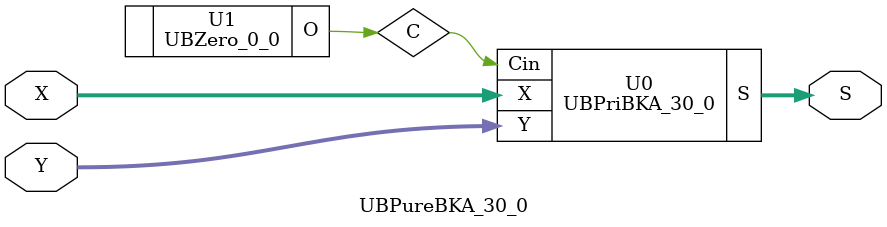
<source format=v>
/*----------------------------------------------------------------------------
  Copyright (c) 2021 Homma laboratory. All rights reserved.

  Top module: UBBKA_30_0_30_0

  Operand-1 length: 31
  Operand-2 length: 31
  Two-operand addition algorithm: Brent-Kung adder
----------------------------------------------------------------------------*/

module GPGenerator(Go, Po, A, B);
  output Go;
  output Po;
  input A;
  input B;
  assign Go = A & B;
  assign Po = A ^ B;
endmodule

module CarryOperator(Go, Po, Gi1, Pi1, Gi2, Pi2);
  output Go;
  output Po;
  input Gi1;
  input Gi2;
  input Pi1;
  input Pi2;
  assign Go = Gi1 | ( Gi2 & Pi1 );
  assign Po = Pi1 & Pi2;
endmodule

module UBPriBKA_30_0(S, X, Y, Cin);
  output [31:0] S;
  input Cin;
  input [30:0] X;
  input [30:0] Y;
  wire [30:0] G0;
  wire [30:0] G1;
  wire [30:0] G2;
  wire [30:0] G3;
  wire [30:0] G4;
  wire [30:0] G5;
  wire [30:0] G6;
  wire [30:0] G7;
  wire [30:0] G8;
  wire [30:0] P0;
  wire [30:0] P1;
  wire [30:0] P2;
  wire [30:0] P3;
  wire [30:0] P4;
  wire [30:0] P5;
  wire [30:0] P6;
  wire [30:0] P7;
  wire [30:0] P8;
  assign P1[0] = P0[0];
  assign G1[0] = G0[0];
  assign P1[2] = P0[2];
  assign G1[2] = G0[2];
  assign P1[4] = P0[4];
  assign G1[4] = G0[4];
  assign P1[6] = P0[6];
  assign G1[6] = G0[6];
  assign P1[8] = P0[8];
  assign G1[8] = G0[8];
  assign P1[10] = P0[10];
  assign G1[10] = G0[10];
  assign P1[12] = P0[12];
  assign G1[12] = G0[12];
  assign P1[14] = P0[14];
  assign G1[14] = G0[14];
  assign P1[16] = P0[16];
  assign G1[16] = G0[16];
  assign P1[18] = P0[18];
  assign G1[18] = G0[18];
  assign P1[20] = P0[20];
  assign G1[20] = G0[20];
  assign P1[22] = P0[22];
  assign G1[22] = G0[22];
  assign P1[24] = P0[24];
  assign G1[24] = G0[24];
  assign P1[26] = P0[26];
  assign G1[26] = G0[26];
  assign P1[28] = P0[28];
  assign G1[28] = G0[28];
  assign P1[30] = P0[30];
  assign G1[30] = G0[30];
  assign P2[0] = P1[0];
  assign G2[0] = G1[0];
  assign P2[1] = P1[1];
  assign G2[1] = G1[1];
  assign P2[2] = P1[2];
  assign G2[2] = G1[2];
  assign P2[4] = P1[4];
  assign G2[4] = G1[4];
  assign P2[5] = P1[5];
  assign G2[5] = G1[5];
  assign P2[6] = P1[6];
  assign G2[6] = G1[6];
  assign P2[8] = P1[8];
  assign G2[8] = G1[8];
  assign P2[9] = P1[9];
  assign G2[9] = G1[9];
  assign P2[10] = P1[10];
  assign G2[10] = G1[10];
  assign P2[12] = P1[12];
  assign G2[12] = G1[12];
  assign P2[13] = P1[13];
  assign G2[13] = G1[13];
  assign P2[14] = P1[14];
  assign G2[14] = G1[14];
  assign P2[16] = P1[16];
  assign G2[16] = G1[16];
  assign P2[17] = P1[17];
  assign G2[17] = G1[17];
  assign P2[18] = P1[18];
  assign G2[18] = G1[18];
  assign P2[20] = P1[20];
  assign G2[20] = G1[20];
  assign P2[21] = P1[21];
  assign G2[21] = G1[21];
  assign P2[22] = P1[22];
  assign G2[22] = G1[22];
  assign P2[24] = P1[24];
  assign G2[24] = G1[24];
  assign P2[25] = P1[25];
  assign G2[25] = G1[25];
  assign P2[26] = P1[26];
  assign G2[26] = G1[26];
  assign P2[28] = P1[28];
  assign G2[28] = G1[28];
  assign P2[29] = P1[29];
  assign G2[29] = G1[29];
  assign P2[30] = P1[30];
  assign G2[30] = G1[30];
  assign P3[0] = P2[0];
  assign G3[0] = G2[0];
  assign P3[1] = P2[1];
  assign G3[1] = G2[1];
  assign P3[2] = P2[2];
  assign G3[2] = G2[2];
  assign P3[3] = P2[3];
  assign G3[3] = G2[3];
  assign P3[4] = P2[4];
  assign G3[4] = G2[4];
  assign P3[5] = P2[5];
  assign G3[5] = G2[5];
  assign P3[6] = P2[6];
  assign G3[6] = G2[6];
  assign P3[8] = P2[8];
  assign G3[8] = G2[8];
  assign P3[9] = P2[9];
  assign G3[9] = G2[9];
  assign P3[10] = P2[10];
  assign G3[10] = G2[10];
  assign P3[11] = P2[11];
  assign G3[11] = G2[11];
  assign P3[12] = P2[12];
  assign G3[12] = G2[12];
  assign P3[13] = P2[13];
  assign G3[13] = G2[13];
  assign P3[14] = P2[14];
  assign G3[14] = G2[14];
  assign P3[16] = P2[16];
  assign G3[16] = G2[16];
  assign P3[17] = P2[17];
  assign G3[17] = G2[17];
  assign P3[18] = P2[18];
  assign G3[18] = G2[18];
  assign P3[19] = P2[19];
  assign G3[19] = G2[19];
  assign P3[20] = P2[20];
  assign G3[20] = G2[20];
  assign P3[21] = P2[21];
  assign G3[21] = G2[21];
  assign P3[22] = P2[22];
  assign G3[22] = G2[22];
  assign P3[24] = P2[24];
  assign G3[24] = G2[24];
  assign P3[25] = P2[25];
  assign G3[25] = G2[25];
  assign P3[26] = P2[26];
  assign G3[26] = G2[26];
  assign P3[27] = P2[27];
  assign G3[27] = G2[27];
  assign P3[28] = P2[28];
  assign G3[28] = G2[28];
  assign P3[29] = P2[29];
  assign G3[29] = G2[29];
  assign P3[30] = P2[30];
  assign G3[30] = G2[30];
  assign P4[0] = P3[0];
  assign G4[0] = G3[0];
  assign P4[1] = P3[1];
  assign G4[1] = G3[1];
  assign P4[2] = P3[2];
  assign G4[2] = G3[2];
  assign P4[3] = P3[3];
  assign G4[3] = G3[3];
  assign P4[4] = P3[4];
  assign G4[4] = G3[4];
  assign P4[5] = P3[5];
  assign G4[5] = G3[5];
  assign P4[6] = P3[6];
  assign G4[6] = G3[6];
  assign P4[7] = P3[7];
  assign G4[7] = G3[7];
  assign P4[8] = P3[8];
  assign G4[8] = G3[8];
  assign P4[9] = P3[9];
  assign G4[9] = G3[9];
  assign P4[10] = P3[10];
  assign G4[10] = G3[10];
  assign P4[11] = P3[11];
  assign G4[11] = G3[11];
  assign P4[12] = P3[12];
  assign G4[12] = G3[12];
  assign P4[13] = P3[13];
  assign G4[13] = G3[13];
  assign P4[14] = P3[14];
  assign G4[14] = G3[14];
  assign P4[16] = P3[16];
  assign G4[16] = G3[16];
  assign P4[17] = P3[17];
  assign G4[17] = G3[17];
  assign P4[18] = P3[18];
  assign G4[18] = G3[18];
  assign P4[19] = P3[19];
  assign G4[19] = G3[19];
  assign P4[20] = P3[20];
  assign G4[20] = G3[20];
  assign P4[21] = P3[21];
  assign G4[21] = G3[21];
  assign P4[22] = P3[22];
  assign G4[22] = G3[22];
  assign P4[23] = P3[23];
  assign G4[23] = G3[23];
  assign P4[24] = P3[24];
  assign G4[24] = G3[24];
  assign P4[25] = P3[25];
  assign G4[25] = G3[25];
  assign P4[26] = P3[26];
  assign G4[26] = G3[26];
  assign P4[27] = P3[27];
  assign G4[27] = G3[27];
  assign P4[28] = P3[28];
  assign G4[28] = G3[28];
  assign P4[29] = P3[29];
  assign G4[29] = G3[29];
  assign P4[30] = P3[30];
  assign G4[30] = G3[30];
  assign P5[0] = P4[0];
  assign G5[0] = G4[0];
  assign P5[1] = P4[1];
  assign G5[1] = G4[1];
  assign P5[2] = P4[2];
  assign G5[2] = G4[2];
  assign P5[3] = P4[3];
  assign G5[3] = G4[3];
  assign P5[4] = P4[4];
  assign G5[4] = G4[4];
  assign P5[5] = P4[5];
  assign G5[5] = G4[5];
  assign P5[6] = P4[6];
  assign G5[6] = G4[6];
  assign P5[7] = P4[7];
  assign G5[7] = G4[7];
  assign P5[8] = P4[8];
  assign G5[8] = G4[8];
  assign P5[9] = P4[9];
  assign G5[9] = G4[9];
  assign P5[10] = P4[10];
  assign G5[10] = G4[10];
  assign P5[11] = P4[11];
  assign G5[11] = G4[11];
  assign P5[12] = P4[12];
  assign G5[12] = G4[12];
  assign P5[13] = P4[13];
  assign G5[13] = G4[13];
  assign P5[14] = P4[14];
  assign G5[14] = G4[14];
  assign P5[15] = P4[15];
  assign G5[15] = G4[15];
  assign P5[16] = P4[16];
  assign G5[16] = G4[16];
  assign P5[17] = P4[17];
  assign G5[17] = G4[17];
  assign P5[18] = P4[18];
  assign G5[18] = G4[18];
  assign P5[19] = P4[19];
  assign G5[19] = G4[19];
  assign P5[20] = P4[20];
  assign G5[20] = G4[20];
  assign P5[21] = P4[21];
  assign G5[21] = G4[21];
  assign P5[22] = P4[22];
  assign G5[22] = G4[22];
  assign P5[24] = P4[24];
  assign G5[24] = G4[24];
  assign P5[25] = P4[25];
  assign G5[25] = G4[25];
  assign P5[26] = P4[26];
  assign G5[26] = G4[26];
  assign P5[27] = P4[27];
  assign G5[27] = G4[27];
  assign P5[28] = P4[28];
  assign G5[28] = G4[28];
  assign P5[29] = P4[29];
  assign G5[29] = G4[29];
  assign P5[30] = P4[30];
  assign G5[30] = G4[30];
  assign P6[0] = P5[0];
  assign G6[0] = G5[0];
  assign P6[1] = P5[1];
  assign G6[1] = G5[1];
  assign P6[2] = P5[2];
  assign G6[2] = G5[2];
  assign P6[3] = P5[3];
  assign G6[3] = G5[3];
  assign P6[4] = P5[4];
  assign G6[4] = G5[4];
  assign P6[5] = P5[5];
  assign G6[5] = G5[5];
  assign P6[6] = P5[6];
  assign G6[6] = G5[6];
  assign P6[7] = P5[7];
  assign G6[7] = G5[7];
  assign P6[8] = P5[8];
  assign G6[8] = G5[8];
  assign P6[9] = P5[9];
  assign G6[9] = G5[9];
  assign P6[10] = P5[10];
  assign G6[10] = G5[10];
  assign P6[12] = P5[12];
  assign G6[12] = G5[12];
  assign P6[13] = P5[13];
  assign G6[13] = G5[13];
  assign P6[14] = P5[14];
  assign G6[14] = G5[14];
  assign P6[15] = P5[15];
  assign G6[15] = G5[15];
  assign P6[16] = P5[16];
  assign G6[16] = G5[16];
  assign P6[17] = P5[17];
  assign G6[17] = G5[17];
  assign P6[18] = P5[18];
  assign G6[18] = G5[18];
  assign P6[20] = P5[20];
  assign G6[20] = G5[20];
  assign P6[21] = P5[21];
  assign G6[21] = G5[21];
  assign P6[22] = P5[22];
  assign G6[22] = G5[22];
  assign P6[23] = P5[23];
  assign G6[23] = G5[23];
  assign P6[24] = P5[24];
  assign G6[24] = G5[24];
  assign P6[25] = P5[25];
  assign G6[25] = G5[25];
  assign P6[26] = P5[26];
  assign G6[26] = G5[26];
  assign P6[28] = P5[28];
  assign G6[28] = G5[28];
  assign P6[29] = P5[29];
  assign G6[29] = G5[29];
  assign P6[30] = P5[30];
  assign G6[30] = G5[30];
  assign P7[0] = P6[0];
  assign G7[0] = G6[0];
  assign P7[1] = P6[1];
  assign G7[1] = G6[1];
  assign P7[2] = P6[2];
  assign G7[2] = G6[2];
  assign P7[3] = P6[3];
  assign G7[3] = G6[3];
  assign P7[4] = P6[4];
  assign G7[4] = G6[4];
  assign P7[6] = P6[6];
  assign G7[6] = G6[6];
  assign P7[7] = P6[7];
  assign G7[7] = G6[7];
  assign P7[8] = P6[8];
  assign G7[8] = G6[8];
  assign P7[10] = P6[10];
  assign G7[10] = G6[10];
  assign P7[11] = P6[11];
  assign G7[11] = G6[11];
  assign P7[12] = P6[12];
  assign G7[12] = G6[12];
  assign P7[14] = P6[14];
  assign G7[14] = G6[14];
  assign P7[15] = P6[15];
  assign G7[15] = G6[15];
  assign P7[16] = P6[16];
  assign G7[16] = G6[16];
  assign P7[18] = P6[18];
  assign G7[18] = G6[18];
  assign P7[19] = P6[19];
  assign G7[19] = G6[19];
  assign P7[20] = P6[20];
  assign G7[20] = G6[20];
  assign P7[22] = P6[22];
  assign G7[22] = G6[22];
  assign P7[23] = P6[23];
  assign G7[23] = G6[23];
  assign P7[24] = P6[24];
  assign G7[24] = G6[24];
  assign P7[26] = P6[26];
  assign G7[26] = G6[26];
  assign P7[27] = P6[27];
  assign G7[27] = G6[27];
  assign P7[28] = P6[28];
  assign G7[28] = G6[28];
  assign P7[30] = P6[30];
  assign G7[30] = G6[30];
  assign P8[0] = P7[0];
  assign G8[0] = G7[0];
  assign P8[1] = P7[1];
  assign G8[1] = G7[1];
  assign P8[3] = P7[3];
  assign G8[3] = G7[3];
  assign P8[5] = P7[5];
  assign G8[5] = G7[5];
  assign P8[7] = P7[7];
  assign G8[7] = G7[7];
  assign P8[9] = P7[9];
  assign G8[9] = G7[9];
  assign P8[11] = P7[11];
  assign G8[11] = G7[11];
  assign P8[13] = P7[13];
  assign G8[13] = G7[13];
  assign P8[15] = P7[15];
  assign G8[15] = G7[15];
  assign P8[17] = P7[17];
  assign G8[17] = G7[17];
  assign P8[19] = P7[19];
  assign G8[19] = G7[19];
  assign P8[21] = P7[21];
  assign G8[21] = G7[21];
  assign P8[23] = P7[23];
  assign G8[23] = G7[23];
  assign P8[25] = P7[25];
  assign G8[25] = G7[25];
  assign P8[27] = P7[27];
  assign G8[27] = G7[27];
  assign P8[29] = P7[29];
  assign G8[29] = G7[29];
  assign S[0] = Cin ^ P0[0];
  assign S[1] = ( G8[0] | ( P8[0] & Cin ) ) ^ P0[1];
  assign S[2] = ( G8[1] | ( P8[1] & Cin ) ) ^ P0[2];
  assign S[3] = ( G8[2] | ( P8[2] & Cin ) ) ^ P0[3];
  assign S[4] = ( G8[3] | ( P8[3] & Cin ) ) ^ P0[4];
  assign S[5] = ( G8[4] | ( P8[4] & Cin ) ) ^ P0[5];
  assign S[6] = ( G8[5] | ( P8[5] & Cin ) ) ^ P0[6];
  assign S[7] = ( G8[6] | ( P8[6] & Cin ) ) ^ P0[7];
  assign S[8] = ( G8[7] | ( P8[7] & Cin ) ) ^ P0[8];
  assign S[9] = ( G8[8] | ( P8[8] & Cin ) ) ^ P0[9];
  assign S[10] = ( G8[9] | ( P8[9] & Cin ) ) ^ P0[10];
  assign S[11] = ( G8[10] | ( P8[10] & Cin ) ) ^ P0[11];
  assign S[12] = ( G8[11] | ( P8[11] & Cin ) ) ^ P0[12];
  assign S[13] = ( G8[12] | ( P8[12] & Cin ) ) ^ P0[13];
  assign S[14] = ( G8[13] | ( P8[13] & Cin ) ) ^ P0[14];
  assign S[15] = ( G8[14] | ( P8[14] & Cin ) ) ^ P0[15];
  assign S[16] = ( G8[15] | ( P8[15] & Cin ) ) ^ P0[16];
  assign S[17] = ( G8[16] | ( P8[16] & Cin ) ) ^ P0[17];
  assign S[18] = ( G8[17] | ( P8[17] & Cin ) ) ^ P0[18];
  assign S[19] = ( G8[18] | ( P8[18] & Cin ) ) ^ P0[19];
  assign S[20] = ( G8[19] | ( P8[19] & Cin ) ) ^ P0[20];
  assign S[21] = ( G8[20] | ( P8[20] & Cin ) ) ^ P0[21];
  assign S[22] = ( G8[21] | ( P8[21] & Cin ) ) ^ P0[22];
  assign S[23] = ( G8[22] | ( P8[22] & Cin ) ) ^ P0[23];
  assign S[24] = ( G8[23] | ( P8[23] & Cin ) ) ^ P0[24];
  assign S[25] = ( G8[24] | ( P8[24] & Cin ) ) ^ P0[25];
  assign S[26] = ( G8[25] | ( P8[25] & Cin ) ) ^ P0[26];
  assign S[27] = ( G8[26] | ( P8[26] & Cin ) ) ^ P0[27];
  assign S[28] = ( G8[27] | ( P8[27] & Cin ) ) ^ P0[28];
  assign S[29] = ( G8[28] | ( P8[28] & Cin ) ) ^ P0[29];
  assign S[30] = ( G8[29] | ( P8[29] & Cin ) ) ^ P0[30];
  assign S[31] = G8[30] | ( P8[30] & Cin );
  GPGenerator U0 (G0[0], P0[0], X[0], Y[0]);
  GPGenerator U1 (G0[1], P0[1], X[1], Y[1]);
  GPGenerator U2 (G0[2], P0[2], X[2], Y[2]);
  GPGenerator U3 (G0[3], P0[3], X[3], Y[3]);
  GPGenerator U4 (G0[4], P0[4], X[4], Y[4]);
  GPGenerator U5 (G0[5], P0[5], X[5], Y[5]);
  GPGenerator U6 (G0[6], P0[6], X[6], Y[6]);
  GPGenerator U7 (G0[7], P0[7], X[7], Y[7]);
  GPGenerator U8 (G0[8], P0[8], X[8], Y[8]);
  GPGenerator U9 (G0[9], P0[9], X[9], Y[9]);
  GPGenerator U10 (G0[10], P0[10], X[10], Y[10]);
  GPGenerator U11 (G0[11], P0[11], X[11], Y[11]);
  GPGenerator U12 (G0[12], P0[12], X[12], Y[12]);
  GPGenerator U13 (G0[13], P0[13], X[13], Y[13]);
  GPGenerator U14 (G0[14], P0[14], X[14], Y[14]);
  GPGenerator U15 (G0[15], P0[15], X[15], Y[15]);
  GPGenerator U16 (G0[16], P0[16], X[16], Y[16]);
  GPGenerator U17 (G0[17], P0[17], X[17], Y[17]);
  GPGenerator U18 (G0[18], P0[18], X[18], Y[18]);
  GPGenerator U19 (G0[19], P0[19], X[19], Y[19]);
  GPGenerator U20 (G0[20], P0[20], X[20], Y[20]);
  GPGenerator U21 (G0[21], P0[21], X[21], Y[21]);
  GPGenerator U22 (G0[22], P0[22], X[22], Y[22]);
  GPGenerator U23 (G0[23], P0[23], X[23], Y[23]);
  GPGenerator U24 (G0[24], P0[24], X[24], Y[24]);
  GPGenerator U25 (G0[25], P0[25], X[25], Y[25]);
  GPGenerator U26 (G0[26], P0[26], X[26], Y[26]);
  GPGenerator U27 (G0[27], P0[27], X[27], Y[27]);
  GPGenerator U28 (G0[28], P0[28], X[28], Y[28]);
  GPGenerator U29 (G0[29], P0[29], X[29], Y[29]);
  GPGenerator U30 (G0[30], P0[30], X[30], Y[30]);
  CarryOperator U31 (G1[1], P1[1], G0[1], P0[1], G0[0], P0[0]);
  CarryOperator U32 (G1[3], P1[3], G0[3], P0[3], G0[2], P0[2]);
  CarryOperator U33 (G1[5], P1[5], G0[5], P0[5], G0[4], P0[4]);
  CarryOperator U34 (G1[7], P1[7], G0[7], P0[7], G0[6], P0[6]);
  CarryOperator U35 (G1[9], P1[9], G0[9], P0[9], G0[8], P0[8]);
  CarryOperator U36 (G1[11], P1[11], G0[11], P0[11], G0[10], P0[10]);
  CarryOperator U37 (G1[13], P1[13], G0[13], P0[13], G0[12], P0[12]);
  CarryOperator U38 (G1[15], P1[15], G0[15], P0[15], G0[14], P0[14]);
  CarryOperator U39 (G1[17], P1[17], G0[17], P0[17], G0[16], P0[16]);
  CarryOperator U40 (G1[19], P1[19], G0[19], P0[19], G0[18], P0[18]);
  CarryOperator U41 (G1[21], P1[21], G0[21], P0[21], G0[20], P0[20]);
  CarryOperator U42 (G1[23], P1[23], G0[23], P0[23], G0[22], P0[22]);
  CarryOperator U43 (G1[25], P1[25], G0[25], P0[25], G0[24], P0[24]);
  CarryOperator U44 (G1[27], P1[27], G0[27], P0[27], G0[26], P0[26]);
  CarryOperator U45 (G1[29], P1[29], G0[29], P0[29], G0[28], P0[28]);
  CarryOperator U46 (G2[3], P2[3], G1[3], P1[3], G1[1], P1[1]);
  CarryOperator U47 (G2[7], P2[7], G1[7], P1[7], G1[5], P1[5]);
  CarryOperator U48 (G2[11], P2[11], G1[11], P1[11], G1[9], P1[9]);
  CarryOperator U49 (G2[15], P2[15], G1[15], P1[15], G1[13], P1[13]);
  CarryOperator U50 (G2[19], P2[19], G1[19], P1[19], G1[17], P1[17]);
  CarryOperator U51 (G2[23], P2[23], G1[23], P1[23], G1[21], P1[21]);
  CarryOperator U52 (G2[27], P2[27], G1[27], P1[27], G1[25], P1[25]);
  CarryOperator U53 (G3[7], P3[7], G2[7], P2[7], G2[3], P2[3]);
  CarryOperator U54 (G3[15], P3[15], G2[15], P2[15], G2[11], P2[11]);
  CarryOperator U55 (G3[23], P3[23], G2[23], P2[23], G2[19], P2[19]);
  CarryOperator U56 (G4[15], P4[15], G3[15], P3[15], G3[7], P3[7]);
  CarryOperator U57 (G5[23], P5[23], G4[23], P4[23], G4[15], P4[15]);
  CarryOperator U58 (G6[11], P6[11], G5[11], P5[11], G5[7], P5[7]);
  CarryOperator U59 (G6[19], P6[19], G5[19], P5[19], G5[15], P5[15]);
  CarryOperator U60 (G6[27], P6[27], G5[27], P5[27], G5[23], P5[23]);
  CarryOperator U61 (G7[5], P7[5], G6[5], P6[5], G6[3], P6[3]);
  CarryOperator U62 (G7[9], P7[9], G6[9], P6[9], G6[7], P6[7]);
  CarryOperator U63 (G7[13], P7[13], G6[13], P6[13], G6[11], P6[11]);
  CarryOperator U64 (G7[17], P7[17], G6[17], P6[17], G6[15], P6[15]);
  CarryOperator U65 (G7[21], P7[21], G6[21], P6[21], G6[19], P6[19]);
  CarryOperator U66 (G7[25], P7[25], G6[25], P6[25], G6[23], P6[23]);
  CarryOperator U67 (G7[29], P7[29], G6[29], P6[29], G6[27], P6[27]);
  CarryOperator U68 (G8[2], P8[2], G7[2], P7[2], G7[1], P7[1]);
  CarryOperator U69 (G8[4], P8[4], G7[4], P7[4], G7[3], P7[3]);
  CarryOperator U70 (G8[6], P8[6], G7[6], P7[6], G7[5], P7[5]);
  CarryOperator U71 (G8[8], P8[8], G7[8], P7[8], G7[7], P7[7]);
  CarryOperator U72 (G8[10], P8[10], G7[10], P7[10], G7[9], P7[9]);
  CarryOperator U73 (G8[12], P8[12], G7[12], P7[12], G7[11], P7[11]);
  CarryOperator U74 (G8[14], P8[14], G7[14], P7[14], G7[13], P7[13]);
  CarryOperator U75 (G8[16], P8[16], G7[16], P7[16], G7[15], P7[15]);
  CarryOperator U76 (G8[18], P8[18], G7[18], P7[18], G7[17], P7[17]);
  CarryOperator U77 (G8[20], P8[20], G7[20], P7[20], G7[19], P7[19]);
  CarryOperator U78 (G8[22], P8[22], G7[22], P7[22], G7[21], P7[21]);
  CarryOperator U79 (G8[24], P8[24], G7[24], P7[24], G7[23], P7[23]);
  CarryOperator U80 (G8[26], P8[26], G7[26], P7[26], G7[25], P7[25]);
  CarryOperator U81 (G8[28], P8[28], G7[28], P7[28], G7[27], P7[27]);
  CarryOperator U82 (G8[30], P8[30], G7[30], P7[30], G7[29], P7[29]);
endmodule

module UBZero_0_0(O);
  output [0:0] O;
  assign O[0] = 0;
endmodule

module UBBKA_30_0_30_0 (S, X, Y);
  output [31:0] S;
  input [30:0] X;
  input [30:0] Y;
  UBPureBKA_30_0 U0 (S[31:0], X[30:0], Y[30:0]);
endmodule

module UBPureBKA_30_0 (S, X, Y);
  output [31:0] S;
  input [30:0] X;
  input [30:0] Y;
  wire C;
  UBPriBKA_30_0 U0 (S, X, Y, C);
  UBZero_0_0 U1 (C);
endmodule


</source>
